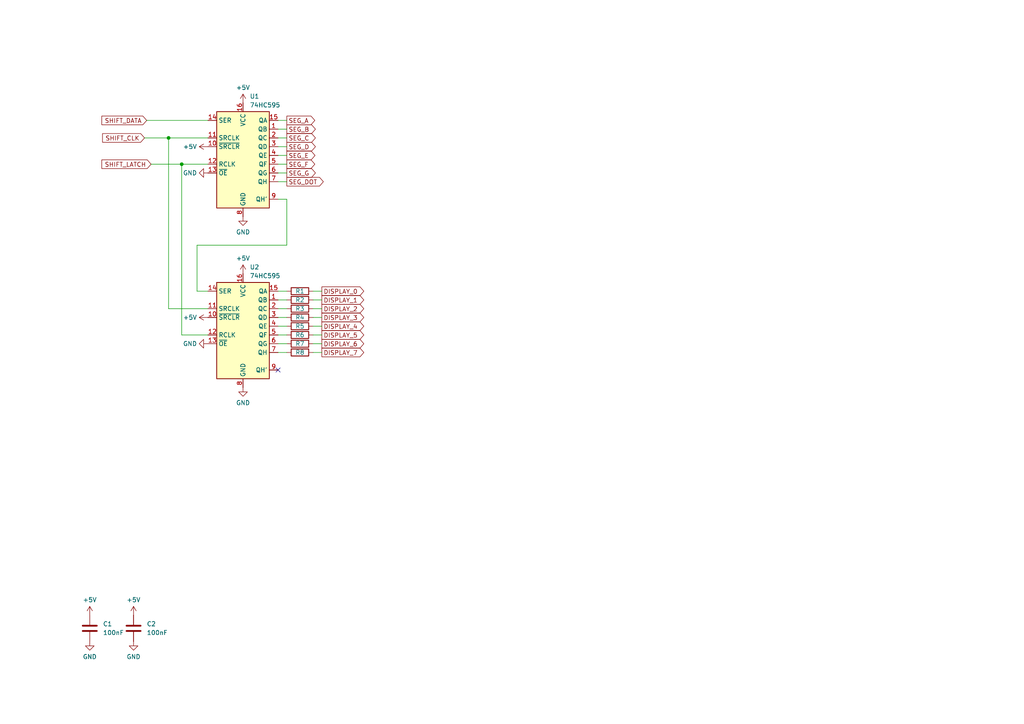
<source format=kicad_sch>
(kicad_sch (version 20230121) (generator eeschema)
  (paper "A4")
  (lib_symbols
    (symbol "74xx:74HC595"
      (property "Reference" "U" (at -7.62 13.97 0))
      (property "Value" "74HC595" (at -7.62 -16.51 0))
      (symbol "74HC595_1_0"
        (pin tri_state line (at 10.16 7.62 180) (length 2.54) (name "QB") (number "1"))
        (pin input line (at -10.16 2.54 0) (length 2.54) (name "~{SRCLR}") (number "10"))
        (pin input line (at -10.16 5.08 0) (length 2.54) (name "SRCLK") (number "11"))
        (pin input line (at -10.16 -2.54 0) (length 2.54) (name "RCLK") (number "12"))
        (pin input line (at -10.16 -5.08 0) (length 2.54) (name "~{OE}") (number "13"))
        (pin input line (at -10.16 10.16 0) (length 2.54) (name "SER") (number "14"))
        (pin tri_state line (at 10.16 10.16 180) (length 2.54) (name "QA") (number "15"))
        (pin power_in line (at 0 15.24 270) (length 2.54) (name "VCC") (number "16"))
        (pin tri_state line (at 10.16 5.08 180) (length 2.54) (name "QC") (number "2"))
        (pin tri_state line (at 10.16 2.54 180) (length 2.54) (name "QD") (number "3"))
        (pin tri_state line (at 10.16 0 180) (length 2.54) (name "QE") (number "4"))
        (pin tri_state line (at 10.16 -2.54 180) (length 2.54) (name "QF") (number "5"))
        (pin tri_state line (at 10.16 -5.08 180) (length 2.54) (name "QG") (number "6"))
        (pin tri_state line (at 10.16 -7.62 180) (length 2.54) (name "QH") (number "7"))
        (pin power_in line (at 0 -17.78 90) (length 2.54) (name "GND") (number "8"))
        (pin output line (at 10.16 -12.7 180) (length 2.54) (name "QH'") (number "9"))
      )
      (symbol "74HC595_1_1"
        (rectangle (start -7.62 12.7) (end 7.62 -15.24) (stroke (width 0.254)) (fill (type background)))
      )
    )
    (symbol "Device:C" (pin_numbers hide) (pin_names (offset 0.254))
      (property "Reference" "C" (at 0.635 2.54 0))
      (property "Value" "C" (at 0.635 -2.54 0))
      (symbol "C_0_1"
        (polyline (pts (xy -2.032 -0.762) (xy 2.032 -0.762)) (stroke (width 0.508)))
        (polyline (pts (xy -2.032 0.762) (xy 2.032 0.762)) (stroke (width 0.508)))
      )
      (symbol "C_1_1"
        (pin passive line (at 0 3.81 270) (length 2.794) (name "~") (number "1"))
        (pin passive line (at 0 -3.81 90) (length 2.794) (name "~") (number "2"))
      )
    )
    (symbol "Device:R" (pin_numbers hide) (pin_names (offset 0))
      (property "Reference" "R" (at 2.032 0 90))
      (property "Value" "R" (at 0 0 90))
      (symbol "R_0_1"
        (rectangle (start -1.016 -2.54) (end 1.016 2.54) (stroke (width 0.254)))
      )
      (symbol "R_1_1"
        (pin passive line (at 0 3.81 270) (length 1.27) (name "~") (number "1"))
        (pin passive line (at 0 -3.81 90) (length 1.27) (name "~") (number "2"))
      )
    )
    (symbol "power:+5V" (power) (pin_names (offset 0))
      (property "Value" "+5V" (at 0 3.556 0))
      (symbol "+5V_0_1"
        (polyline (pts (xy -0.762 1.27) (xy 0 2.54)))
        (polyline (pts (xy 0 0) (xy 0 2.54)))
        (polyline (pts (xy 0 2.54) (xy 0.762 1.27)))
      )
      (symbol "+5V_1_1"
        (pin power_in line (at 0 0 90) (length 0) hide (name "+5V") (number "1"))
      )
    )
    (symbol "power:GND" (power) (pin_names (offset 0))
      (property "Value" "GND" (at 0 -3.81 0))
      (symbol "GND_0_1"
        (polyline (pts (xy 0 0) (xy 0 -1.27) (xy 1.27 -1.27) (xy 0 -2.54) (xy -1.27 -1.27) (xy 0 -1.27)))
      )
      (symbol "GND_1_1"
        (pin power_in line (at 0 0 270) (length 0) hide (name "GND") (number "1"))
      )
    )
  )
  (junction (at 48.895 40.005))
  (junction (at 52.705 47.625))
  (no_connect (at 80.645 107.315))
  (wire (pts (xy 83.185 97.155) (xy 80.645 97.155)))
  (wire (pts (xy 83.185 86.995) (xy 80.645 86.995)))
  (wire (pts (xy 93.345 84.455) (xy 90.805 84.455)))
  (wire (pts (xy 93.345 94.615) (xy 90.805 94.615)))
  (wire (pts (xy 93.345 102.235) (xy 90.805 102.235)))
  (wire (pts (xy 52.705 97.155) (xy 52.705 47.625)))
  (wire (pts (xy 83.185 37.465) (xy 80.645 37.465)))
  (wire (pts (xy 83.185 45.085) (xy 80.645 45.085)))
  (wire (pts (xy 57.15 71.12) (xy 83.185 71.12)))
  (wire (pts (xy 83.185 42.545) (xy 80.645 42.545)))
  (wire (pts (xy 83.185 84.455) (xy 80.645 84.455)))
  (wire (pts (xy 48.895 40.005) (xy 48.895 89.535)))
  (wire (pts (xy 83.185 57.785) (xy 80.645 57.785)))
  (wire (pts (xy 93.345 99.695) (xy 90.805 99.695)))
  (wire (pts (xy 52.705 47.625) (xy 60.325 47.625)))
  (wire (pts (xy 83.185 71.12) (xy 83.185 57.785)))
  (wire (pts (xy 93.345 89.535) (xy 90.805 89.535)))
  (wire (pts (xy 83.185 94.615) (xy 80.645 94.615)))
  (wire (pts (xy 83.185 50.165) (xy 80.645 50.165)))
  (wire (pts (xy 93.345 97.155) (xy 90.805 97.155)))
  (wire (pts (xy 48.895 40.005) (xy 60.325 40.005)))
  (wire (pts (xy 57.15 84.455) (xy 57.15 71.12)))
  (wire (pts (xy 48.895 89.535) (xy 60.325 89.535)))
  (wire (pts (xy 83.185 89.535) (xy 80.645 89.535)))
  (wire (pts (xy 42.545 34.925) (xy 60.325 34.925)))
  (wire (pts (xy 83.185 102.235) (xy 80.645 102.235)))
  (wire (pts (xy 83.185 34.925) (xy 80.645 34.925)))
  (wire (pts (xy 83.185 52.705) (xy 80.645 52.705)))
  (wire (pts (xy 93.345 86.995) (xy 90.805 86.995)))
  (wire (pts (xy 83.185 47.625) (xy 80.645 47.625)))
  (wire (pts (xy 52.705 47.625) (xy 43.815 47.625)))
  (wire (pts (xy 83.185 99.695) (xy 80.645 99.695)))
  (wire (pts (xy 60.325 84.455) (xy 57.15 84.455)))
  (wire (pts (xy 41.91 40.005) (xy 48.895 40.005)))
  (wire (pts (xy 83.185 40.005) (xy 80.645 40.005)))
  (wire (pts (xy 60.325 97.155) (xy 52.705 97.155)))
  (wire (pts (xy 93.345 92.075) (xy 90.805 92.075)))
  (wire (pts (xy 83.185 92.075) (xy 80.645 92.075)))
  (global_label "DISPLAY_5" (shape output) (at 93.345 97.155 0) (property "Intersheetrefs" "${INTERSHEET_REFS}" (effects hide)))
  (global_label "SHIFT_CLK" (shape input) (at 41.91 40.005 180) (property "Intersheetrefs" "${INTERSHEET_REFS}" (effects hide)))
  (global_label "SEG_G" (shape output) (at 83.185 50.165 0) (property "Intersheetrefs" "${INTERSHEET_REFS}" (effects hide)))
  (global_label "SEG_F" (shape output) (at 83.185 47.625 0) (property "Intersheetrefs" "${INTERSHEET_REFS}" (effects hide)))
  (global_label "SEG_A" (shape output) (at 83.185 34.925 0) (property "Intersheetrefs" "${INTERSHEET_REFS}" (effects hide)))
  (global_label "SEG_B" (shape output) (at 83.185 37.465 0) (property "Intersheetrefs" "${INTERSHEET_REFS}" (effects hide)))
  (global_label "SEG_C" (shape output) (at 83.185 40.005 0) (property "Intersheetrefs" "${INTERSHEET_REFS}" (effects hide)))
  (global_label "SHIFT_LATCH" (shape input) (at 43.815 47.625 180) (property "Intersheetrefs" "${INTERSHEET_REFS}" (effects hide)))
  (global_label "SEG_D" (shape output) (at 83.185 42.545 0) (property "Intersheetrefs" "${INTERSHEET_REFS}" (effects hide)))
  (global_label "DISPLAY_4" (shape output) (at 93.345 94.615 0) (property "Intersheetrefs" "${INTERSHEET_REFS}" (effects hide)))
  (global_label "DISPLAY_1" (shape output) (at 93.345 86.995 0) (property "Intersheetrefs" "${INTERSHEET_REFS}" (effects hide)))
  (global_label "DISPLAY_0" (shape output) (at 93.345 84.455 0) (property "Intersheetrefs" "${INTERSHEET_REFS}" (effects hide)))
  (global_label "DISPLAY_7" (shape output) (at 93.345 102.235 0) (property "Intersheetrefs" "${INTERSHEET_REFS}" (effects hide)))
  (global_label "SHIFT_DATA" (shape input) (at 42.545 34.925 180) (property "Intersheetrefs" "${INTERSHEET_REFS}" (effects hide)))
  (global_label "DISPLAY_2" (shape output) (at 93.345 89.535 0) (property "Intersheetrefs" "${INTERSHEET_REFS}" (effects hide)))
  (global_label "SEG_DOT" (shape output) (at 83.185 52.705 0) (property "Intersheetrefs" "${INTERSHEET_REFS}" (effects hide)))
  (global_label "DISPLAY_6" (shape output) (at 93.345 99.695 0) (property "Intersheetrefs" "${INTERSHEET_REFS}" (effects hide)))
  (global_label "DISPLAY_3" (shape output) (at 93.345 92.075 0) (property "Intersheetrefs" "${INTERSHEET_REFS}" (effects hide)))
  (global_label "SEG_E" (shape output) (at 83.185 45.085 0) (property "Intersheetrefs" "${INTERSHEET_REFS}" (effects hide)))
  (symbol (lib_id "74xx:74HC595") (at 70.485 45.085 0) (unit 1)
    (property "Reference" "U1" (at 72.4409 27.94 0) (effects (justify left)))
    (property "Value" "74HC595" (at 72.4409 30.48 0) (effects (justify left)))
    (property "Datasheet" "http://www.ti.com/lit/ds/symlink/sn74hc595.pdf" (effects hide))
  )
  (symbol (lib_id "Device:C") (at 38.735 182.245 0) (unit 1)
    (property "Reference" "C2" (at 42.545 180.975 0) (effects (justify left)))
    (property "Value" "100nF" (at 42.545 183.515 0) (effects (justify left)))
  )
  (symbol (lib_id "power:GND") (at 70.485 112.395 0) (unit 1)
    (property "Reference" "#PWR04" (effects hide))
    (property "Value" "GND" (at 70.485 116.84 0))
  )
  (symbol (lib_id "power:+5V") (at 60.325 92.075 90) (unit 1)
    (property "Reference" "#PWR08" (effects hide))
    (property "Value" "+5V" (at 57.15 92.075 90) (effects (justify left)))
  )
  (symbol (lib_id "Device:R") (at 86.995 97.155 90) (unit 1)
    (property "Reference" "R6" (at 86.995 97.155 90))
    (property "Value" "R" (effects hide))
  )
  (symbol (lib_id "Device:R") (at 86.995 102.235 90) (unit 1)
    (property "Reference" "R8" (at 86.995 102.235 90))
    (property "Value" "R" (effects hide))
  )
  (symbol (lib_id "Device:C") (at 26.035 182.245 0) (unit 1)
    (property "Reference" "C1" (at 29.845 180.975 0) (effects (justify left)))
    (property "Value" "100nF" (at 29.845 183.515 0) (effects (justify left)))
  )
  (symbol (lib_id "Device:R") (at 86.995 94.615 90) (unit 1)
    (property "Reference" "R5" (at 86.995 94.615 90))
    (property "Value" "R" (effects hide))
  )
  (symbol (lib_id "power:+5V") (at 70.485 29.845 0) (unit 1)
    (property "Reference" "#PWR02" (effects hide))
    (property "Value" "+5V" (at 70.485 25.4 0))
  )
  (symbol (lib_id "Device:R") (at 86.995 86.995 90) (unit 1)
    (property "Reference" "R2" (at 86.995 86.995 90))
    (property "Value" "R" (effects hide))
  )
  (symbol (lib_id "power:+5V") (at 38.735 178.435 0) (unit 1)
    (property "Reference" "#PWR012" (effects hide))
    (property "Value" "+5V" (at 38.735 173.99 0))
  )
  (symbol (lib_id "power:GND") (at 38.735 186.055 0) (unit 1)
    (property "Reference" "#PWR010" (effects hide))
    (property "Value" "GND" (at 38.735 190.5 0))
  )
  (symbol (lib_id "power:GND") (at 70.485 62.865 0) (unit 1)
    (property "Reference" "#PWR03" (effects hide))
    (property "Value" "GND" (at 70.485 67.31 0))
  )
  (symbol (lib_id "74xx:74HC595") (at 70.485 94.615 0) (unit 1)
    (property "Reference" "U2" (at 72.4409 77.47 0) (effects (justify left)))
    (property "Value" "74HC595" (at 72.4409 80.01 0) (effects (justify left)))
    (property "Datasheet" "http://www.ti.com/lit/ds/symlink/sn74hc595.pdf" (effects hide))
  )
  (symbol (lib_id "Device:R") (at 86.995 92.075 90) (unit 1)
    (property "Reference" "R4" (at 86.995 92.075 90))
    (property "Value" "R" (effects hide))
  )
  (symbol (lib_id "Device:R") (at 86.995 99.695 90) (unit 1)
    (property "Reference" "R7" (at 86.995 99.695 90))
    (property "Value" "R" (effects hide))
  )
  (symbol (lib_id "power:+5V") (at 70.485 79.375 0) (unit 1)
    (property "Reference" "#PWR01" (effects hide))
    (property "Value" "+5V" (at 70.485 74.93 0))
  )
  (symbol (lib_id "power:+5V") (at 26.035 178.435 0) (unit 1)
    (property "Reference" "#PWR011" (effects hide))
    (property "Value" "+5V" (at 26.035 173.99 0))
  )
  (symbol (lib_id "Device:R") (at 86.995 89.535 90) (unit 1)
    (property "Reference" "R3" (at 86.995 89.535 90))
    (property "Value" "R" (effects hide))
  )
  (symbol (lib_id "power:+5V") (at 60.325 42.545 90) (unit 1)
    (property "Reference" "#PWR05" (effects hide))
    (property "Value" "+5V" (at 57.15 42.545 90) (effects (justify left)))
  )
  (symbol (lib_id "Device:R") (at 86.995 84.455 90) (unit 1)
    (property "Reference" "R1" (at 86.995 84.455 90))
    (property "Value" "R" (effects hide))
  )
  (symbol (lib_id "power:GND") (at 60.325 50.165 270) (unit 1)
    (property "Reference" "#PWR06" (effects hide))
    (property "Value" "GND" (at 57.15 50.165 90) (effects (justify right)))
  )
  (symbol (lib_id "power:GND") (at 60.325 99.695 270) (unit 1)
    (property "Reference" "#PWR07" (effects hide))
    (property "Value" "GND" (at 57.15 99.695 90) (effects (justify right)))
  )
  (symbol (lib_id "power:GND") (at 26.035 186.055 0) (unit 1)
    (property "Reference" "#PWR09" (effects hide))
    (property "Value" "GND" (at 26.035 190.5 0))
  )
)
</source>
